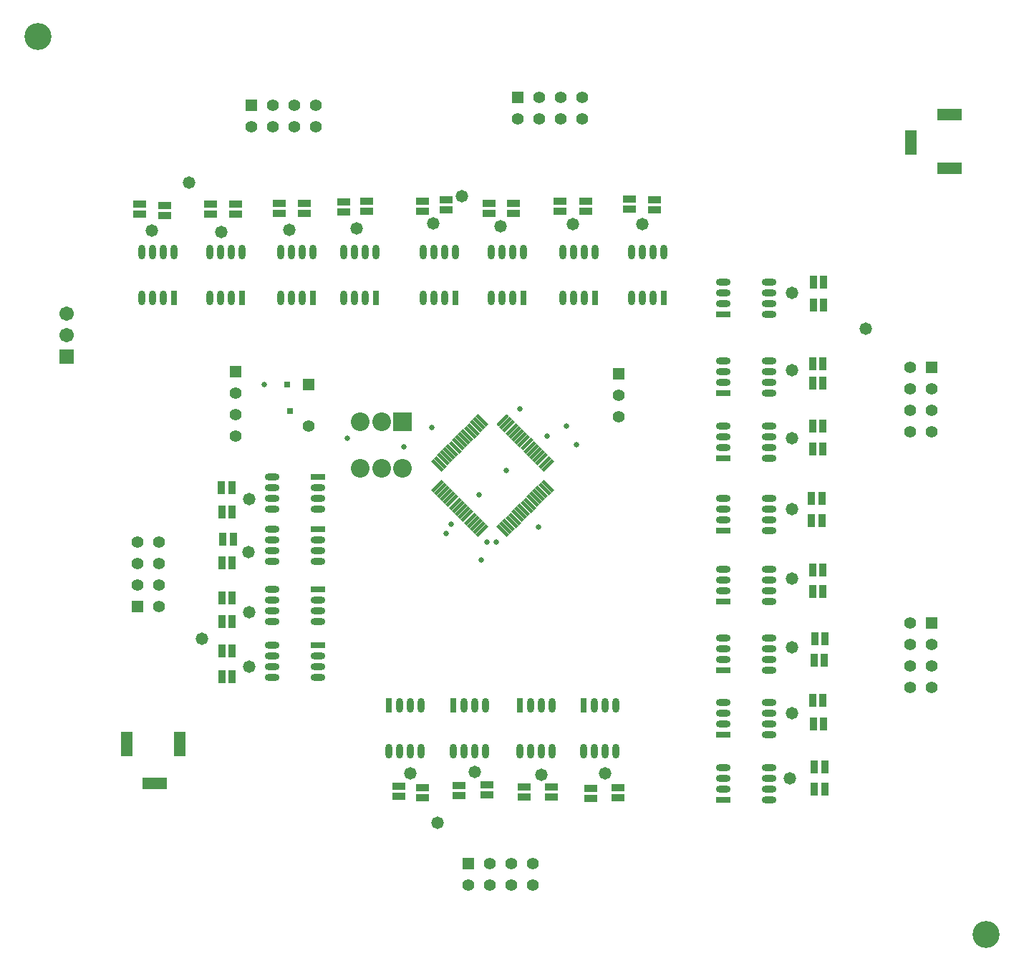
<source format=gts>
G04*
G04 #@! TF.GenerationSoftware,Altium Limited,Altium Designer,19.1.5 (86)*
G04*
G04 Layer_Color=8388736*
%FSLAX25Y25*%
%MOIN*%
G70*
G01*
G75*
%ADD23R,0.05918X0.03556*%
%ADD24R,0.03556X0.05918*%
%ADD25R,0.03162X0.06902*%
%ADD26O,0.03162X0.06902*%
%ADD27R,0.06902X0.03162*%
%ADD28O,0.06902X0.03162*%
G04:AMPARAMS|DCode=29|XSize=17.84mil|YSize=69.02mil|CornerRadius=0mil|HoleSize=0mil|Usage=FLASHONLY|Rotation=225.000|XOffset=0mil|YOffset=0mil|HoleType=Round|Shape=Rectangle|*
%AMROTATEDRECTD29*
4,1,4,-0.01810,0.03071,0.03071,-0.01810,0.01810,-0.03071,-0.03071,0.01810,-0.01810,0.03071,0.0*
%
%ADD29ROTATEDRECTD29*%

G04:AMPARAMS|DCode=30|XSize=17.84mil|YSize=69.02mil|CornerRadius=0mil|HoleSize=0mil|Usage=FLASHONLY|Rotation=135.000|XOffset=0mil|YOffset=0mil|HoleType=Round|Shape=Rectangle|*
%AMROTATEDRECTD30*
4,1,4,0.03071,0.01810,-0.01810,-0.03071,-0.03071,-0.01810,0.01810,0.03071,0.03071,0.01810,0.0*
%
%ADD30ROTATEDRECTD30*%

G04:AMPARAMS|DCode=31|XSize=17.84mil|YSize=69.02mil|CornerRadius=0mil|HoleSize=0mil|Usage=FLASHONLY|Rotation=135.000|XOffset=0mil|YOffset=0mil|HoleType=Round|Shape=Round|*
%AMOVALD31*
21,1,0.05118,0.01784,0.00000,0.00000,225.0*
1,1,0.01784,0.01810,0.01810*
1,1,0.01784,-0.01810,-0.01810*
%
%ADD31OVALD31*%

%ADD32R,0.03162X0.02769*%
%ADD33R,0.06706X0.06706*%
%ADD34C,0.06706*%
%ADD35C,0.08674*%
%ADD36R,0.08674X0.08674*%
%ADD37R,0.11430X0.05524*%
%ADD38R,0.05524X0.11430*%
%ADD39R,0.05524X0.05524*%
%ADD40C,0.05524*%
%ADD41R,0.05524X0.05524*%
%ADD42C,0.12611*%
%ADD43C,0.02600*%
%ADD44C,0.05800*%
D23*
X159306Y383138D02*
D03*
Y387862D02*
D03*
X263806Y114362D02*
D03*
Y109638D02*
D03*
X118806Y382138D02*
D03*
Y386862D02*
D03*
X185306Y383138D02*
D03*
Y387862D02*
D03*
X216305Y382138D02*
D03*
Y386862D02*
D03*
X196306Y383638D02*
D03*
Y388362D02*
D03*
X293305Y383638D02*
D03*
Y388362D02*
D03*
X249306Y383138D02*
D03*
Y387862D02*
D03*
X261305Y383138D02*
D03*
Y387862D02*
D03*
X227805Y382138D02*
D03*
Y386862D02*
D03*
X53806Y381638D02*
D03*
Y386362D02*
D03*
X281805Y384138D02*
D03*
Y388862D02*
D03*
X65306Y381138D02*
D03*
Y385862D02*
D03*
X130306Y382138D02*
D03*
Y386862D02*
D03*
X148805Y382638D02*
D03*
Y387362D02*
D03*
X98305Y381638D02*
D03*
Y386362D02*
D03*
X86805Y381638D02*
D03*
Y386362D02*
D03*
X276306Y114862D02*
D03*
Y110138D02*
D03*
X245305Y115000D02*
D03*
Y110276D02*
D03*
X215305Y116000D02*
D03*
Y111276D02*
D03*
X185306Y114862D02*
D03*
Y110138D02*
D03*
X232805Y115000D02*
D03*
Y110276D02*
D03*
X202306Y115862D02*
D03*
Y111138D02*
D03*
X174305Y115500D02*
D03*
Y110776D02*
D03*
D24*
X96668Y243000D02*
D03*
X91943D02*
D03*
X96530Y254500D02*
D03*
X91805D02*
D03*
X367806Y114000D02*
D03*
X372530D02*
D03*
X96806Y219500D02*
D03*
X92081D02*
D03*
X97168Y230500D02*
D03*
X92443D02*
D03*
X96668Y192000D02*
D03*
X91943D02*
D03*
X96806Y203000D02*
D03*
X92081D02*
D03*
X368081Y184000D02*
D03*
X372806D02*
D03*
X367081Y206000D02*
D03*
X371806D02*
D03*
X367081Y216000D02*
D03*
X371806D02*
D03*
X367219Y144500D02*
D03*
X371943D02*
D03*
X367719Y174000D02*
D03*
X372443D02*
D03*
X366443Y239000D02*
D03*
X371168D02*
D03*
X366943Y283000D02*
D03*
X371668D02*
D03*
X366943Y312000D02*
D03*
X371668D02*
D03*
X367806Y124500D02*
D03*
X372530D02*
D03*
X367081Y155500D02*
D03*
X371806D02*
D03*
X366443Y249500D02*
D03*
X371168D02*
D03*
X366943Y272500D02*
D03*
X371668D02*
D03*
X366943Y303000D02*
D03*
X371668D02*
D03*
X367305Y339500D02*
D03*
X372030D02*
D03*
X367305Y350000D02*
D03*
X372030D02*
D03*
X96668Y178276D02*
D03*
X91943D02*
D03*
X96668Y166500D02*
D03*
X91943D02*
D03*
D25*
X69806Y342740D02*
D03*
X169806Y153000D02*
D03*
X199805D02*
D03*
X230805D02*
D03*
X260306D02*
D03*
X232306Y342740D02*
D03*
X200805D02*
D03*
X163805D02*
D03*
X134306D02*
D03*
X297806D02*
D03*
X265806D02*
D03*
X101305D02*
D03*
D26*
X64806D02*
D03*
X59806D02*
D03*
X54805D02*
D03*
X69806Y364000D02*
D03*
X64806D02*
D03*
X59806D02*
D03*
X54805D02*
D03*
X174805Y153000D02*
D03*
X179806D02*
D03*
X184806D02*
D03*
X169806Y131740D02*
D03*
X174805D02*
D03*
X179806D02*
D03*
X184806D02*
D03*
X204805Y153000D02*
D03*
X209805D02*
D03*
X214806D02*
D03*
X199805Y131740D02*
D03*
X204805D02*
D03*
X209805D02*
D03*
X214806D02*
D03*
X235806Y153000D02*
D03*
X240806D02*
D03*
X245806D02*
D03*
X230805Y131740D02*
D03*
X235806D02*
D03*
X240806D02*
D03*
X245806D02*
D03*
X265305Y153000D02*
D03*
X270305D02*
D03*
X275306D02*
D03*
X260306Y131740D02*
D03*
X265305D02*
D03*
X270305D02*
D03*
X275306D02*
D03*
X227306Y342740D02*
D03*
X222305D02*
D03*
X217305D02*
D03*
X232306Y364000D02*
D03*
X227306D02*
D03*
X222305D02*
D03*
X217305D02*
D03*
X195806Y342740D02*
D03*
X190805D02*
D03*
X185805D02*
D03*
X200805Y364000D02*
D03*
X195806D02*
D03*
X190805D02*
D03*
X185805D02*
D03*
X158806Y342740D02*
D03*
X153805D02*
D03*
X148805D02*
D03*
X163805Y364000D02*
D03*
X158806D02*
D03*
X153805D02*
D03*
X148805D02*
D03*
X129306Y342740D02*
D03*
X124305D02*
D03*
X119306D02*
D03*
X134306Y364000D02*
D03*
X129306D02*
D03*
X124305D02*
D03*
X119306D02*
D03*
X292806Y342740D02*
D03*
X287806D02*
D03*
X282805D02*
D03*
X297806Y364000D02*
D03*
X292806D02*
D03*
X287806D02*
D03*
X282805D02*
D03*
X260806Y342740D02*
D03*
X255805D02*
D03*
X250805D02*
D03*
X265806Y364000D02*
D03*
X260806D02*
D03*
X255805D02*
D03*
X250805D02*
D03*
X96306Y342740D02*
D03*
X91306D02*
D03*
X86305D02*
D03*
X101305Y364000D02*
D03*
X96306D02*
D03*
X91306D02*
D03*
X86305D02*
D03*
D27*
X136565Y259500D02*
D03*
Y207000D02*
D03*
Y181000D02*
D03*
X325306Y109000D02*
D03*
Y139500D02*
D03*
Y169500D02*
D03*
Y201500D02*
D03*
Y234500D02*
D03*
Y268000D02*
D03*
Y298500D02*
D03*
Y335000D02*
D03*
X136565Y235000D02*
D03*
D28*
Y254500D02*
D03*
Y249500D02*
D03*
Y244500D02*
D03*
X115305Y259500D02*
D03*
Y254500D02*
D03*
Y249500D02*
D03*
Y244500D02*
D03*
X136565Y202000D02*
D03*
Y197000D02*
D03*
Y192000D02*
D03*
X115305Y207000D02*
D03*
Y202000D02*
D03*
Y197000D02*
D03*
Y192000D02*
D03*
X136565Y176000D02*
D03*
Y171000D02*
D03*
Y166000D02*
D03*
X115305Y181000D02*
D03*
Y176000D02*
D03*
Y171000D02*
D03*
Y166000D02*
D03*
X325306Y114000D02*
D03*
Y119000D02*
D03*
Y124000D02*
D03*
X346565Y109000D02*
D03*
Y114000D02*
D03*
Y119000D02*
D03*
Y124000D02*
D03*
X325306Y144500D02*
D03*
Y149500D02*
D03*
Y154500D02*
D03*
X346565Y139500D02*
D03*
Y144500D02*
D03*
Y149500D02*
D03*
Y154500D02*
D03*
X325306Y174500D02*
D03*
Y179500D02*
D03*
Y184500D02*
D03*
X346565Y169500D02*
D03*
Y174500D02*
D03*
Y179500D02*
D03*
Y184500D02*
D03*
X325306Y206500D02*
D03*
Y211500D02*
D03*
Y216500D02*
D03*
X346565Y201500D02*
D03*
Y206500D02*
D03*
Y211500D02*
D03*
Y216500D02*
D03*
X325306Y239500D02*
D03*
Y244500D02*
D03*
Y249500D02*
D03*
X346565Y234500D02*
D03*
Y239500D02*
D03*
Y244500D02*
D03*
Y249500D02*
D03*
X325306Y273000D02*
D03*
Y278000D02*
D03*
Y283000D02*
D03*
X346565Y268000D02*
D03*
Y273000D02*
D03*
Y278000D02*
D03*
Y283000D02*
D03*
X325306Y303500D02*
D03*
Y308500D02*
D03*
Y313500D02*
D03*
X346565Y298500D02*
D03*
Y303500D02*
D03*
Y308500D02*
D03*
Y313500D02*
D03*
X325306Y340000D02*
D03*
Y345000D02*
D03*
Y350000D02*
D03*
X346565Y335000D02*
D03*
Y340000D02*
D03*
Y345000D02*
D03*
Y350000D02*
D03*
X136565Y230000D02*
D03*
Y225000D02*
D03*
Y220000D02*
D03*
X115305Y235000D02*
D03*
Y230000D02*
D03*
Y225000D02*
D03*
Y220000D02*
D03*
D29*
X213049Y285744D02*
D03*
X211657Y284352D02*
D03*
X210265Y282960D02*
D03*
X208873Y281568D02*
D03*
X207481Y280176D02*
D03*
X206089Y278784D02*
D03*
X204697Y277392D02*
D03*
X203306Y276000D02*
D03*
X201914Y274608D02*
D03*
X200522Y273216D02*
D03*
X199130Y271824D02*
D03*
X197738Y270432D02*
D03*
X196346Y269040D02*
D03*
X194954Y267648D02*
D03*
X193562Y266256D02*
D03*
X192170Y264864D02*
D03*
X222681Y234353D02*
D03*
X224073Y235745D02*
D03*
X225465Y237137D02*
D03*
X226857Y238529D02*
D03*
X228249Y239921D02*
D03*
X229641Y241313D02*
D03*
X231033Y242705D02*
D03*
X232425Y244097D02*
D03*
X233817Y245489D02*
D03*
X235209Y246881D02*
D03*
X236601Y248273D02*
D03*
X237993Y249664D02*
D03*
X239385Y251056D02*
D03*
X240776Y252448D02*
D03*
X242168Y253840D02*
D03*
X243560Y255232D02*
D03*
D30*
X192170D02*
D03*
X193562Y253840D02*
D03*
X194954Y252448D02*
D03*
X196346Y251056D02*
D03*
X197738Y249664D02*
D03*
X199130Y248273D02*
D03*
X200522Y246881D02*
D03*
X201914Y245489D02*
D03*
X203306Y244097D02*
D03*
X204697Y242705D02*
D03*
X206089Y241313D02*
D03*
X207481Y239921D02*
D03*
X208873Y238529D02*
D03*
X210265Y237137D02*
D03*
X211657Y235745D02*
D03*
X213049Y234353D02*
D03*
X243560Y264864D02*
D03*
X242168Y266256D02*
D03*
X240776Y267648D02*
D03*
X239385Y269040D02*
D03*
X237993Y270432D02*
D03*
X236601Y271824D02*
D03*
X235209Y273216D02*
D03*
X233817Y274608D02*
D03*
X232425Y276000D02*
D03*
X231033Y277392D02*
D03*
X229641Y278784D02*
D03*
X228249Y280176D02*
D03*
X226857Y281568D02*
D03*
X225465Y282960D02*
D03*
X224073Y284352D02*
D03*
D31*
X222681Y285744D02*
D03*
D32*
X122306Y302500D02*
D03*
X123805Y290000D02*
D03*
D33*
X19805Y315500D02*
D03*
D34*
Y325500D02*
D03*
Y335500D02*
D03*
D35*
X156306Y263347D02*
D03*
X166148D02*
D03*
X175990D02*
D03*
X156306Y285000D02*
D03*
X166148D02*
D03*
D36*
X175990D02*
D03*
D37*
X430805Y427972D02*
D03*
Y403169D02*
D03*
X60495Y116890D02*
D03*
D38*
X412695Y414980D02*
D03*
X47502Y135000D02*
D03*
X72306D02*
D03*
D39*
X132306Y302291D02*
D03*
X105806Y432500D02*
D03*
X206805Y79500D02*
D03*
X229805Y436000D02*
D03*
D40*
X132306Y283000D02*
D03*
X135805Y422500D02*
D03*
X125805D02*
D03*
X115805D02*
D03*
X105806D02*
D03*
X135805Y432500D02*
D03*
X125805D02*
D03*
X115805D02*
D03*
X98305Y278500D02*
D03*
Y288500D02*
D03*
Y298500D02*
D03*
X276805Y297500D02*
D03*
Y287500D02*
D03*
X62805Y229000D02*
D03*
Y219000D02*
D03*
Y209000D02*
D03*
Y199000D02*
D03*
X52806Y229000D02*
D03*
Y219000D02*
D03*
Y209000D02*
D03*
X216806Y79500D02*
D03*
X226805D02*
D03*
X236806D02*
D03*
X206805Y69500D02*
D03*
X216806D02*
D03*
X226805D02*
D03*
X236806D02*
D03*
X422305Y181500D02*
D03*
Y171500D02*
D03*
Y161500D02*
D03*
X412305Y191500D02*
D03*
Y181500D02*
D03*
Y171500D02*
D03*
Y161500D02*
D03*
X422305Y300500D02*
D03*
Y290500D02*
D03*
Y280500D02*
D03*
X412305Y310500D02*
D03*
Y300500D02*
D03*
Y290500D02*
D03*
Y280500D02*
D03*
X239806Y436000D02*
D03*
X249805D02*
D03*
X259805D02*
D03*
X229805Y426000D02*
D03*
X239806D02*
D03*
X249805D02*
D03*
X259805D02*
D03*
D41*
X98305Y308500D02*
D03*
X276805Y307500D02*
D03*
X52806Y199000D02*
D03*
X422305Y191500D02*
D03*
Y310500D02*
D03*
D42*
X6306Y464500D02*
D03*
X447806Y46500D02*
D03*
D43*
X212556Y220750D02*
D03*
X176805Y273500D02*
D03*
X111805Y302291D02*
D03*
X150305Y277500D02*
D03*
X224306Y262500D02*
D03*
X72109Y139000D02*
D03*
X72609Y139500D02*
D03*
X198805Y237500D02*
D03*
X211806Y251000D02*
D03*
X215305Y229000D02*
D03*
X219555Y229250D02*
D03*
X196306Y233000D02*
D03*
X252306Y283000D02*
D03*
X239371Y236065D02*
D03*
X243305Y278500D02*
D03*
X230805Y291000D02*
D03*
X189805Y282500D02*
D03*
X257033Y274392D02*
D03*
D44*
X357306Y244500D02*
D03*
X192306Y98500D02*
D03*
X270305Y121500D02*
D03*
X240806Y120740D02*
D03*
X179806Y121500D02*
D03*
X209805Y122000D02*
D03*
X82806Y184000D02*
D03*
X104806Y171000D02*
D03*
Y196500D02*
D03*
X104306Y224500D02*
D03*
X104806Y249000D02*
D03*
X76806Y396500D02*
D03*
X59306Y374000D02*
D03*
X91805Y373319D02*
D03*
X123305Y374500D02*
D03*
X154806Y375000D02*
D03*
X203805Y390000D02*
D03*
X190305Y377500D02*
D03*
X221806Y376000D02*
D03*
X255306Y377000D02*
D03*
X287806D02*
D03*
X356306Y119000D02*
D03*
X357306Y149500D02*
D03*
Y180000D02*
D03*
Y212000D02*
D03*
Y277500D02*
D03*
X391806Y328500D02*
D03*
X357306Y309000D02*
D03*
Y345000D02*
D03*
M02*

</source>
